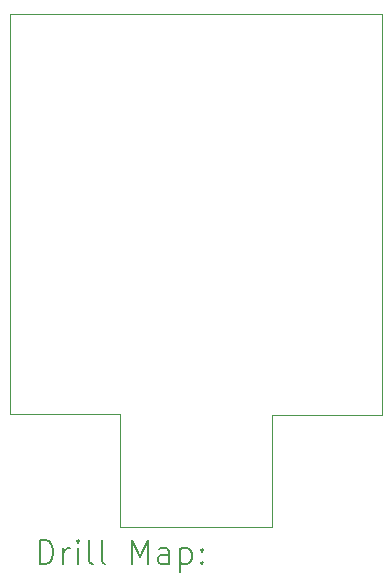
<source format=gbr>
%FSLAX45Y45*%
G04 Gerber Fmt 4.5, Leading zero omitted, Abs format (unit mm)*
G04 Created by KiCad (PCBNEW 6.0.5+dfsg-1) date 2022-06-06 15:17:56*
%MOMM*%
%LPD*%
G01*
G04 APERTURE LIST*
%TA.AperFunction,Profile*%
%ADD10C,0.100000*%
%TD*%
%ADD11C,0.200000*%
G04 APERTURE END LIST*
D10*
X12415000Y-11690000D02*
X12415000Y-10740000D01*
X11480000Y-7350000D02*
X14630000Y-7350000D01*
X14630000Y-7350000D02*
X14630000Y-10745000D01*
X13695000Y-11690000D02*
X13695000Y-10745000D01*
X12415000Y-11690000D02*
X13695000Y-11690000D01*
X11480000Y-10740000D02*
X11480000Y-7350000D01*
X12415000Y-10740000D02*
X11480000Y-10740000D01*
X13695000Y-10745000D02*
X14630000Y-10745000D01*
D11*
X11732619Y-12005476D02*
X11732619Y-11805476D01*
X11780238Y-11805476D01*
X11808809Y-11815000D01*
X11827857Y-11834048D01*
X11837381Y-11853095D01*
X11846905Y-11891190D01*
X11846905Y-11919762D01*
X11837381Y-11957857D01*
X11827857Y-11976905D01*
X11808809Y-11995952D01*
X11780238Y-12005476D01*
X11732619Y-12005476D01*
X11932619Y-12005476D02*
X11932619Y-11872143D01*
X11932619Y-11910238D02*
X11942143Y-11891190D01*
X11951667Y-11881667D01*
X11970714Y-11872143D01*
X11989762Y-11872143D01*
X12056428Y-12005476D02*
X12056428Y-11872143D01*
X12056428Y-11805476D02*
X12046905Y-11815000D01*
X12056428Y-11824524D01*
X12065952Y-11815000D01*
X12056428Y-11805476D01*
X12056428Y-11824524D01*
X12180238Y-12005476D02*
X12161190Y-11995952D01*
X12151667Y-11976905D01*
X12151667Y-11805476D01*
X12285000Y-12005476D02*
X12265952Y-11995952D01*
X12256428Y-11976905D01*
X12256428Y-11805476D01*
X12513571Y-12005476D02*
X12513571Y-11805476D01*
X12580238Y-11948333D01*
X12646905Y-11805476D01*
X12646905Y-12005476D01*
X12827857Y-12005476D02*
X12827857Y-11900714D01*
X12818333Y-11881667D01*
X12799286Y-11872143D01*
X12761190Y-11872143D01*
X12742143Y-11881667D01*
X12827857Y-11995952D02*
X12808809Y-12005476D01*
X12761190Y-12005476D01*
X12742143Y-11995952D01*
X12732619Y-11976905D01*
X12732619Y-11957857D01*
X12742143Y-11938809D01*
X12761190Y-11929286D01*
X12808809Y-11929286D01*
X12827857Y-11919762D01*
X12923095Y-11872143D02*
X12923095Y-12072143D01*
X12923095Y-11881667D02*
X12942143Y-11872143D01*
X12980238Y-11872143D01*
X12999286Y-11881667D01*
X13008809Y-11891190D01*
X13018333Y-11910238D01*
X13018333Y-11967381D01*
X13008809Y-11986428D01*
X12999286Y-11995952D01*
X12980238Y-12005476D01*
X12942143Y-12005476D01*
X12923095Y-11995952D01*
X13104048Y-11986428D02*
X13113571Y-11995952D01*
X13104048Y-12005476D01*
X13094524Y-11995952D01*
X13104048Y-11986428D01*
X13104048Y-12005476D01*
X13104048Y-11881667D02*
X13113571Y-11891190D01*
X13104048Y-11900714D01*
X13094524Y-11891190D01*
X13104048Y-11881667D01*
X13104048Y-11900714D01*
M02*

</source>
